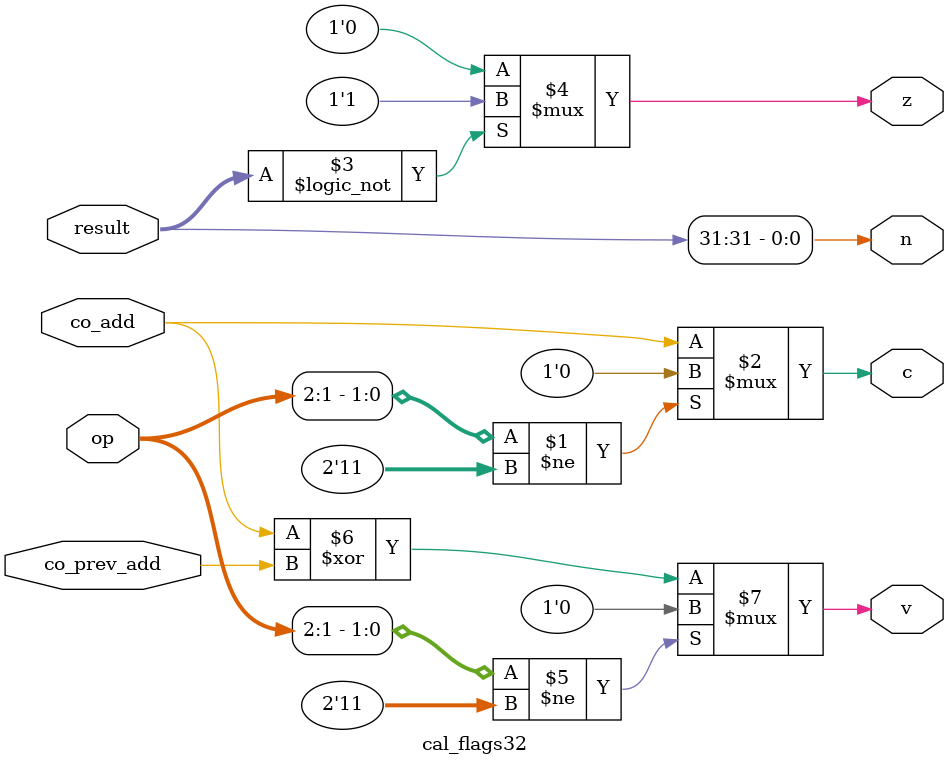
<source format=v>
module cal_flags32(op, result, co_add, co_prev_add, c, n, z, v);
	
	input [2:0] op; //operater 3-bit opcode
	input [31:0] result; //result of operation
	input co_add, co_prev_add; //result of cla
	
	output c, n, z, v; //carry, negative, zero, overflow
	
	assign c = (op[2:1] != 2'b11) ? 1'b0 : co_add; //if op[2:1] is not 11 -> c = 0 / is  11 -> c = co_add
	assign n = result[31]; //n is Sign bit of Result
	assign z = (result == 32'b0) ? 1'b1 : 1'b0; //if result is 0000 -> Zero / is not 0000 -> Not Zero
	assign v = (op[2:1] != 2'b11) ? 1'b0 : co_add ^ co_prev_add; // if op[2:1] is not 11 -> V = 0 / is 11 -> V = co_add xor c3_add

endmodule

</source>
